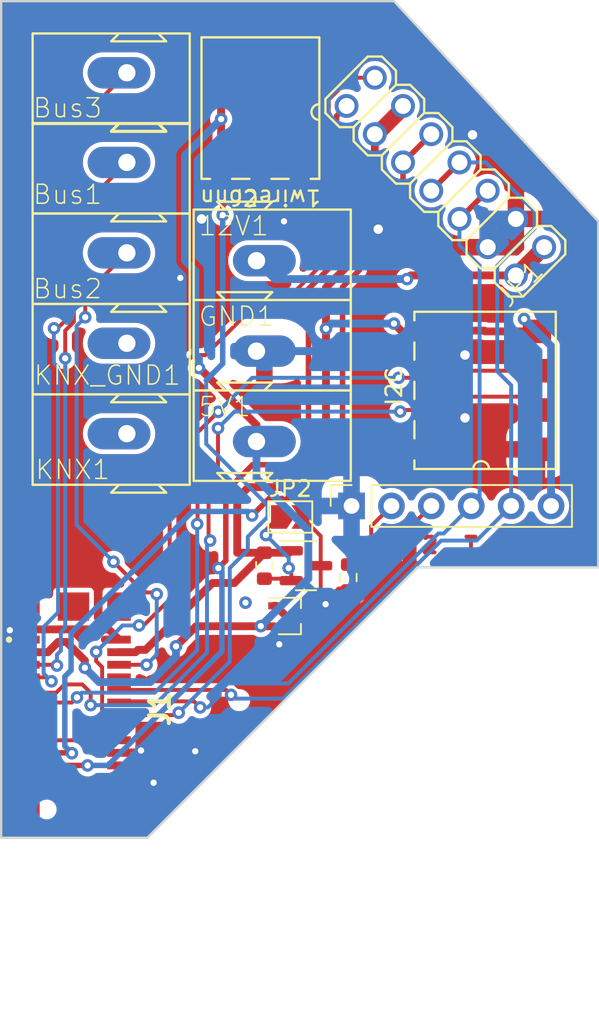
<source format=kicad_pcb>
(kicad_pcb (version 20220225) (generator pcbnew)
  (layers (0 "F.Cu" signal "Top") (31 "B.Cu" signal "Bottom") (34 "B.Paste" user) (35 "F.Paste" user) (36 "B.SilkS" user "B.Silkscreen") (37 "F.SilkS" user "F.Silkscreen") (38 "B.Mask" user) (39 "F.Mask" user) (44 "Edge.Cuts" user))
  (net 0 "")
  (net 1 "GND")
  (net 2 "/TEST")
  (net 3 "/Unk_1")
  (net 4 "/Unk_2")
  (net 5 "/1wire")
  (net 6 "Net-(Bus1-Pin_1)")
  (net 7 "Net-(Bus2-Pin_1)")
  (net 8 "Net-(J1-Bus_3)")
  (net 9 "+12V")
  (net 10 "+5V")
  (net 11 "/TxD")
  (net 12 "/RxD")
  (net 13 "+3V3")
  (net 14 "/SCL")
  (net 15 "/SDA")
  (net 16 "/1wire_5")
  (net 20 "GNDPWR")
  (net 23 "/1wire_3")
  (net 26 "/T2")
  (net 27 "/T1")
  (footprint "localstuff:AVX_9276_3Pin" (layer "F.Cu") (at 146 79.55 180)
    (fp_text reference "J2" (at 1 -5.5) (layer "F.SilkS"))
    (fp_text value "1wireConn" (at 0 -5.45 180 unlocked) (layer "F.SilkS"))
    (pad "1" smd rect locked (at -2.5 -3.55 180) (size 1.2 1.8) (layers "F.Cu" "F.Paste" "F.Mask") (net 1 "GND"))
    (pad "1" smd rect locked (at -2.5 3.55 180) (size 1.5 1.8) (layers "F.Cu" "F.Paste" "F.Mask") (net 1 "GND"))
    (pad "2" smd rect locked (at 0 -3.55 180) (size 1.2 1.8) (layers "F.Cu" "F.Paste" "F.Mask") (net 5 "/1wire"))
    (pad "2" smd rect locked (at 0 3.55 180) (size 1.5 1.8) (layers "F.Cu" "F.Paste" "F.Mask") (net 5 "/1wire"))
    (pad "3" smd rect locked (at 2.5 -3.55 180) (size 1.2 1.8) (layers "F.Cu" "F.Paste" "F.Mask") (net 10 "+5V"))
    (pad "3" smd rect locked (at 2.5 3.55 180) (size 1.5 1.8) (layers "F.Cu" "F.Paste" "F.Mask") (net 10 "+5V"))
  )
  (footprint "localstuff:TE_1775014_socket" (layer "F.Cu") (at 134.1 117.5 -90)
    (fp_text reference "J1" (at 0 -5.5 90) (layer "F.SilkS") (effects (font (size 1.27 1.27) (thickness 0.254))))
    (fp_text value "Moat_Bus_wire" hide)
    (fp_circle (center -7.2 3.45) (end -6.9 3.45) (stroke (width 0.3)) (fill none) (layer "F.Cu"))
    (pad "" np_thru_hole circle locked (at -6.4 1.7 270) (size 0.65 0.65) (drill 0.65) (layers *.Cu *.Mask))
    (pad "" np_thru_hole circle locked (at 6.4 1.7 270) (size 0.65 0.65) (drill 0.65) (layers *.Cu *.Mask))
    (pad "1" smd rect locked (at -4.4 2.9 270) (size 0.5 1.5) (layers "F.Cu" "F.Paste") (net 1 "GND"))
    (pad "2" smd rect locked (at -4.4 -2.9 270) (size 0.5 1.5) (layers "F.Cu" "F.Paste") (net 1 "GND"))
    (pad "3" smd rect locked (at -3.6 2.9 270) (size 0.5 1.5) (layers "F.Cu" "F.Paste") (net 10 "+5V"))
    (pad "4" smd rect locked (at -3.6 -2.9 270) (size 0.5 1.5) (layers "F.Cu" "F.Paste") (net 13 "+3V3"))
    (pad "5" smd rect locked (at -2.8 2.9 270) (size 0.5 1.5) (layers "F.Cu" "F.Paste") (net 6 "Net-(Bus1-Pin_1)"))
    (pad "6" smd rect locked (at -2.8 -2.9 270) (size 0.5 1.5) (layers "F.Cu" "F.Paste") (net 7 "Net-(Bus2-Pin_1)"))
    (pad "7" smd rect locked (at -2 2.9 270) (size 0.5 1.5) (layers "F.Cu" "F.Paste") (net 8 "Net-(J1-Bus_3)"))
    (pad "8" smd rect locked (at -2 -2.9 270) (size 0.5 1.5) (layers "F.Cu" "F.Paste"))
    (pad "9" smd rect locked (at -1.2 2.9 270) (size 0.5 1.5) (layers "F.Cu" "F.Paste") (net 14 "/SCL"))
    (pad "10" smd rect locked (at -1.2 -2.9 270) (size 0.5 1.5) (layers "F.Cu" "F.Paste") (net 12 "/RxD"))
    (pad "11" smd rect locked (at -0.4 2.9 270) (size 0.5 1.5) (layers "F.Cu" "F.Paste") (net 15 "/SDA"))
    (pad "12" smd rect locked (at -0.4 -2.9 270) (size 0.5 1.5) (layers "F.Cu" "F.Paste") (net 11 "/TxD"))
    (pad "13" smd rect locked (at 0.4 2.9 270) (size 0.5 1.5) (layers "F.Cu" "F.Paste"))
    (pad "14" smd rect locked (at 0.4 -2.9 270) (size 0.5 1.5) (layers "F.Cu" "F.Paste") (net 5 "/1wire"))
    (pad "15" smd rect locked (at 1.2 2.9 270) (size 0.5 1.5) (layers "F.Cu" "F.Paste"))
    (pad "16" smd rect locked (at 1.2 -2.9 270) (size 0.5 1.5) (layers "F.Cu" "F.Paste"))
    (pad "17" smd rect locked (at 2 2.9 270) (size 0.5 1.5) (layers "F.Cu" "F.Paste") (net 4 "/Unk_2"))
    (pad "18" smd rect locked (at 2 -2.9 270) (size 0.5 1.5) (layers "F.Cu" "F.Paste"))
    (pad "19" smd rect locked (at 2.8 2.9 270) (size 0.5 1.5) (layers "F.Cu" "F.Paste") (net 3 "/Unk_1"))
    (pad "20" smd rect locked (at 2.8 -2.9 270) (size 0.5 1.5) (layers "F.Cu" "F.Paste") (net 26 "/T2"))
    (pad "21" smd rect locked (at 3.6 2.9 270) (size 0.5 1.5) (layers "F.Cu" "F.Paste") (net 2 "/TEST"))
    (pad "22" smd rect locked (at 3.6 -2.9 270) (size 0.5 1.5) (layers "F.Cu" "F.Paste") (net 27 "/T1"))
    (pad "23" smd rect locked (at 4.4 2.9 270) (size 0.5 1.5) (layers "F.Cu" "F.Paste") (net 20 "GNDPWR"))
    (pad "24" smd rect locked (at 4.4 -2.9 270) (size 0.5 1.5) (layers "F.Cu" "F.Paste") (net 20 "GNDPWR"))
    (pad "MNT" smd rect locked (at -6.5 -2.9) (size 1.5 1.8) (layers "F.Cu" "F.Paste"))
    (pad "MNT" smd rect locked (at -6.5 0 270) (size 1.8 2) (layers "F.Cu" "F.Paste"))
    (pad "MNT" smd rect locked (at -6.5 2.9) (size 1.5 1.8) (layers "F.Cu" "F.Paste"))
    (pad "MNT" smd rect locked (at 6.5 -2.9) (size 1.5 1.8) (layers "F.Cu" "F.Paste"))
    (pad "MNT" smd rect locked (at 6.5 0 270) (size 1.8 2) (layers "F.Cu" "F.Paste"))
    (pad "MNT" smd rect locked (at 6.5 2.9) (size 1.5 1.8) (layers "F.Cu" "F.Paste"))
  )
  (footprint "localstuff:Wago_Terminal_243" (layer "F.Cu") (at 137.5011 94.2536 180)
    (fp_text reference "KNX_GND1" (at -3.4989 -2.7464 180) (layer "F.SilkS") (effects (font (size 1.2065 1.2065) (thickness 0.09652)) (justify right bottom)))
    (fp_text value "WAGO_243" hide)
    (pad "1" thru_hole oval locked (at 0 0 180) (size 4 2) (drill 1.1 (offset 0.5 0)) (layers *.Cu *.Mask))
  )
  (footprint "Gira:2X07" (layer "F.Cu") (at 157.7711 83.6536 135)
    (fp_text reference "JP1" (at -8.89 -3.175 45) (layer "F.SilkS") (effects (font (size 1.2065 1.2065) (thickness 0.12065)) (justify left bottom)))
    (fp_text value "Gira")
    (pad "1" thru_hole circle locked (at -7.62 1.27 135) (size 1.524 1.524) (drill 1.016) (layers *.Cu *.Mask) (net 9 "+12V"))
    (pad "2" thru_hole circle locked (at -7.62 -1.27 135) (size 1.524 1.524) (drill 1.016) (layers *.Cu *.Mask) (net 9 "+12V"))
    (pad "3" thru_hole circle locked (at -5.08 1.27 135) (size 1.524 1.524) (drill 1.016) (layers *.Cu *.Mask) (net 1 "GND"))
    (pad "4" thru_hole circle locked (at -5.08 -1.27 135) (size 1.524 1.524) (drill 1.016) (layers *.Cu *.Mask) (net 1 "GND"))
    (pad "5" thru_hole circle locked (at -2.54 1.27 135) (size 1.524 1.524) (drill 1.016) (layers *.Cu *.Mask) (net 11 "/TxD"))
    (pad "6" thru_hole circle locked (at -2.54 -1.27 135) (size 1.524 1.524) (drill 1.016) (layers *.Cu *.Mask) (net 11 "/TxD"))
    (pad "7" thru_hole circle locked (at 0 1.27 135) (size 1.524 1.524) (drill 1.016) (layers *.Cu *.Mask) (net 12 "/RxD"))
    (pad "8" thru_hole circle locked (at 0 -1.27 135) (size 1.524 1.524) (drill 1.016) (layers *.Cu *.Mask) (net 12 "/RxD"))
    (pad "9" thru_hole circle locked (at 2.54 1.27 135) (size 1.524 1.524) (drill 1.016) (layers *.Cu *.Mask) (net 3 "/Unk_1"))
    (pad "10" thru_hole circle locked (at 2.54 -1.27 135) (size 1.524 1.524) (drill 1.016) (layers *.Cu *.Mask) (net 3 "/Unk_1"))
    (pad "11" thru_hole circle locked (at 5.08 1.27 135) (size 1.524 1.524) (drill 1.016) (layers *.Cu *.Mask) (net 13 "+3V3"))
    (pad "12" thru_hole circle locked (at 5.08 -1.27 135) (size 1.524 1.524) (drill 1.016) (layers *.Cu *.Mask) (net 13 "+3V3"))
    (pad "13" thru_hole circle locked (at 7.62 1.27 135) (size 1.524 1.524) (drill 1.016) (layers *.Cu *.Mask) (net 4 "/Unk_2"))
    (pad "14" thru_hole circle locked (at 7.62 -1.27 135) (size 1.524 1.524) (drill 1.016) (layers *.Cu *.Mask) (net 2 "/TEST"))
  )
  (footprint "localstuff:Wago_Terminal_243" (layer "F.Cu") (at 145.7511 89.0036)
    (fp_text reference "12V1" (at -3.7511 -1.5036 -180) (layer "F.SilkS") (effects (font (size 1.2065 1.2065) (thickness 0.09652)) (justify left bottom)))
    (fp_text value "WAGO_243" hide)
    (pad "1" thru_hole oval locked (at 0 0) (size 4 2) (drill 1.1 (offset 0.5 0)) (layers *.Cu *.Mask) (net 9 "+12V"))
  )
  (footprint "localstuff:Wago_Terminal_243" (layer "F.Cu") (at 145.7511 94.7536)
    (fp_text reference "GND1" (at -3.7511 -1.5 -180) (layer "F.SilkS") (effects (font (size 1.2065 1.2065) (thickness 0.09652)) (justify left bottom)))
    (fp_text value "WAGO_243" hide)
    (pad "1" thru_hole oval locked (at 0 0) (size 4 2) (drill 1.1 (offset 0.5 0)) (layers *.Cu *.Mask) (net 1 "GND"))
  )
  (footprint "localstuff:Wago_Terminal_243" (layer "F.Cu") (at 137.5011 88.5036 180)
    (fp_text reference "Bus2" (at 1.5011 -2.9964 180) (layer "F.SilkS") (effects (font (size 1.2065 1.2065) (thickness 0.09652)) (justify right bottom)))
    (fp_text value "WAGO_243" hide)
    (pad "1" thru_hole oval locked (at 0 0 180) (size 4 2) (drill 1.1 (offset 0.5 0)) (layers *.Cu *.Mask) (net 7 "Net-(Bus2-Pin_1)"))
  )
  (footprint "localstuff:Wago_Terminal_243" (layer "F.Cu") (at 137.5011 82.7536 180)
    (fp_text reference "Bus1" (at 1.5011 -2.7464 180) (layer "F.SilkS") (effects (font (size 1.2065 1.2065) (thickness 0.09652)) (justify right bottom)))
    (fp_text value "WAGO_243" hide)
    (pad "1" thru_hole oval locked (at 0 0 180) (size 4 2) (drill 1.1 (offset 0.5 0)) (layers *.Cu *.Mask) (net 6 "Net-(Bus1-Pin_1)"))
  )
  (footprint "localstuff:Wago_Terminal_243" (layer "F.Cu") (at 145.7511 100.5036)
    (fp_text reference "5V1" (at -3.7511 -1.5036 -180) (layer "F.SilkS") (effects (font (size 1.2065 1.2065) (thickness 0.09652)) (justify left bottom)))
    (fp_text value "WAGO_243" hide)
    (pad "1" thru_hole oval locked (at 0 0) (size 4 2) (drill 1.1 (offset 0.5 0)) (layers *.Cu *.Mask) (net 10 "+5V"))
  )
  (footprint "localstuff:Wago_Terminal_243" (layer "F.Cu") (at 137.5011 100.0036 180)
    (fp_text reference "KNX1" (at 1.0011 -2.9964 180) (layer "F.SilkS") (effects (font (size 1.2065 1.2065) (thickness 0.09652)) (justify right bottom)))
    (fp_text value "WAGO_243" hide)
    (pad "1" thru_hole oval locked (at 0 0 180) (size 4 2) (drill 1.1 (offset 0.5 0)) (layers *.Cu *.Mask))
  )
  (footprint "localstuff:AVX_9276_4Pin" (layer "F.Cu") (at 160.05 97.25 90)
    (fp_text reference "J3" hide)
    (fp_text value "I2C" (at 0.25 -5.55 90) (layer "F.SilkS"))
    (pad "1" smd rect locked (at -3.75 -3.55 90) (size 1.2 1.8) (layers "F.Cu" "F.Paste" "F.Mask") (net 1 "GND"))
    (pad "1" smd rect locked (at -3.75 3.55 90) (size 1.5 1.8) (layers "F.Cu" "F.Paste" "F.Mask") (net 1 "GND"))
    (pad "2" smd rect locked (at -1.25 -3.55 90) (size 1.2 1.8) (layers "F.Cu" "F.Paste" "F.Mask") (net 14 "/SCL"))
    (pad "2" smd rect locked (at -1.25 3.55 90) (size 1.5 1.8) (layers "F.Cu" "F.Paste" "F.Mask") (net 14 "/SCL"))
    (pad "3" smd rect locked (at 1.25 -3.55 90) (size 1.2 1.8) (layers "F.Cu" "F.Paste" "F.Mask") (net 15 "/SDA"))
    (pad "3" smd rect locked (at 1.25 3.55 90) (size 1.5 1.8) (layers "F.Cu" "F.Paste" "F.Mask") (net 15 "/SDA"))
    (pad "4" smd rect locked (at 3.75 -3.55 90) (size 1.2 1.8) (layers "F.Cu" "F.Paste" "F.Mask") (net 13 "+3V3"))
    (pad "4" smd rect locked (at 3.75 3.55 90) (size 1.5 1.8) (layers "F.Cu" "F.Paste" "F.Mask") (net 13 "+3V3"))
  )
  (footprint "localstuff:Wago_Terminal_243" (layer "F.Cu") (at 137.5011 77.0536 180)
    (fp_text reference "Bus3" (at 1.5011 -2.9464 180) (layer "F.SilkS") (effects (font (size 1.2065 1.2065) (thickness 0.09652)) (justify right bottom)))
    (fp_text value "WAGO_243" hide)
    (pad "1" thru_hole oval locked (at 0 0 180) (size 4 2) (drill 1.1 (offset 0.5 0)) (layers *.Cu *.Mask) (net 8 "Net-(J1-Bus_3)"))
  )
  (footprint "Connector_PinSocket_2.54mm:PinSocket_1x06_P2.54mm_Vertical" (layer "F.Cu") (at 151.8 104.6 90)
    (fp_text reference "J4" hide)
    (fp_text value "Conn_01x06" hide)
    (pad "1" thru_hole rect locked (at 0 0 90) (size 1.7 1.7) (drill 1) (layers *.Cu *.Mask) (net 1 "GND"))
    (pad "2" thru_hole oval locked (at 0 2.54 90) (size 1.7 1.7) (drill 1) (layers *.Cu *.Mask) (net 27 "/T1"))
    (pad "3" thru_hole oval locked (at 0 5.08 90) (size 1.7 1.7) (drill 1) (layers *.Cu *.Mask) (net 26 "/T2"))
    (pad "4" thru_hole oval locked (at 0 7.62 90) (size 1.7 1.7) (drill 1) (layers *.Cu *.Mask) (net 11 "/TxD"))
    (pad "5" thru_hole oval locked (at 0 10.16 90) (size 1.7 1.7) (drill 1) (layers *.Cu *.Mask) (net 12 "/RxD"))
    (pad "6" thru_hole oval locked (at 0 12.7 90) (size 1.7 1.7) (drill 1) (layers *.Cu *.Mask) (net 13 "+3V3"))
  )
  (footprint "Package_TO_SOT_SMD:SOT-323_SC-70" (layer "F.Cu") (at 147.85 111.6)
    (fp_text reference "D1" hide)
    (fp_text value "BAT54SW" hide)
    (pad "1" smd rect (at -1 -0.65 270) (size 0.45 0.7) (layers "F.Cu" "F.Paste" "F.Mask") (net 1 "GND"))
    (pad "2" smd rect (at -1 0.65 270) (size 0.45 0.7) (layers "F.Cu" "F.Paste" "F.Mask") (net 10 "+5V"))
    (pad "3" smd rect (at 1 0 270) (size 0.45 0.7) (layers "F.Cu" "F.Paste" "F.Mask") (net 16 "/1wire_5"))
  )
  (footprint "Resistor_SMD:R_0603_1608Metric" (layer "F.Cu") (at 146.25 108.4 -90)
    (fp_text reference "R1" hide)
    (fp_text value "10k" hide)
    (pad "1" smd roundrect (at -0.825 0 270) (size 0.8 0.95) (layers "F.Cu" "F.Paste" "F.Mask") (net 13 "+3V3"))
    (pad "2" smd roundrect (at 0.825 0 270) (size 0.8 0.95) (layers "F.Cu" "F.Paste" "F.Mask") (net 23 "/1wire_3"))
  )
  (footprint "localstuff:OSHW Logo 3mm Cu" (layer "F.Cu") (at 151.65 74.5 180)
    (fp_text reference "G***" hide)
    (fp_text value "LOGO" hide)
    (fp_poly (pts (xy -1.011428 1.4986) (xy -0.650494 1.273048) (xy -0.481076 1.341628) (xy -0.179578 0.611378) (xy -0.315722 0.499618) (xy -0.3937 0.402336) (xy -0.456946 0.169164) (xy -0.39878 -0.054864) (xy -0.32258 -0.153162) (xy -0.230124 -0.226314) (xy -0.000508 -0.287528) (xy 0.228346 -0.230378) (xy 0.368046 -0.107442) (xy 0.461518 0.127) (xy 0.422148 0.356108) (xy 0.360172 0.456692) (xy 0.176276 0.613918) (xy 0.497586 1.346454) (xy 0.677926 1.277874) (xy 1.013714 1.496568) (xy 1.337564 1.177798) (xy 1.09982 0.821182) (xy 1.257046 0.479298) (xy 1.66243 0.387604) (xy 1.659636 -0.063246) (xy 1.22682 -0.158496) (xy 1.09474 -0.476504) (xy 1.33731 -0.847852) (xy 1.01092 -1.164844) (xy 0.637286 -0.917956) (xy 0.324358 -1.044956) (xy 0.220726 -1.494028) (xy -0.226822 -1.486916) (xy -0.327152 -1.036574) (xy -0.631698 -0.91186) (xy -1.014222 -1.167638) (xy -1.330198 -0.831596) (xy -1.094994 -0.454152) (xy -1.223518 -0.148082) (xy -1.6637 -0.063246) (xy -1.668018 0.389636) (xy -1.238504 0.485648) (xy -1.109726 0.83566) (xy -1.330198 1.187704) (xy -1.011428 1.4986)) (stroke (width 0.01)) (fill solid) (layer "F.Cu"))
  )
  (footprint "Jumper:SolderJumper-2_P1.3mm_Open_TrianglePad1.0x1.5mm" (layer "F.Cu") (at 147.9 105.3)
    (fp_text reference "JP2" (at 0 -1.8) (layer "F.SilkS"))
    (fp_text value "SolderJumper_2_Open")
    (pad "1" smd custom (at -0.725 0) (size 0.3 0.3) (layers "F.Cu" "F.Mask") (net 23 "/1wire_3") (options (clearance outline) (anchor rect)) (primitives (gr_poly (pts (xy 1 0) (xy 0.5 0.75) (xy -0.5 0.75) (xy -0.5 -0.75) (xy 0.5 -0.75)) (width 0) (fill yes))))
    (pad "2" smd custom (at 0.725 0) (size 0.3 0.3) (layers "F.Cu" "F.Mask") (net 16 "/1wire_5") (options (clearance outline) (anchor rect)) (primitives (gr_poly (pts (xy 0.5 0.75) (xy -0.65 0.75) (xy -0.15 0) (xy -0.65 -0.75) (xy 0.5 -0.75)) (width 0) (fill yes))))
  )
  (footprint "Package_TO_SOT_SMD:SOT-23" (layer "F.Cu") (at 148.9 108.4)
    (fp_text reference "Q1" hide)
    (fp_text value "2N7002" hide)
    (pad "1" smd roundrect (at -0.9375 -0.95) (size 1.475 0.6) (layers "F.Cu" "F.Paste" "F.Mask") (net 13 "+3V3"))
    (pad "2" smd roundrect (at -0.9375 0.95) (size 1.475 0.6) (layers "F.Cu" "F.Paste" "F.Mask") (net 23 "/1wire_3"))
    (pad "3" smd roundrect (at 0.9375 0) (size 1.475 0.6) (layers "F.Cu" "F.Paste" "F.Mask") (net 16 "/1wire_5"))
  )
  (footprint "Resistor_SMD:R_0603_1608Metric" (layer "F.Cu") (at 151.6 109.15 90)
    (fp_text reference "R2" hide)
    (fp_text value "10k" hide)
    (pad "1" smd roundrect (at -0.825 0 90) (size 0.8 0.95) (layers "F.Cu" "F.Paste" "F.Mask") (net 10 "+5V"))
    (pad "2" smd roundrect (at 0.825 0 90) (size 0.8 0.95) (layers "F.Cu" "F.Paste" "F.Mask") (net 16 "/1wire_5"))
  )
  (gr_line (start 138.8 125.7) (end 156 108.5) (stroke (width 0.15)) (layer "Edge.Cuts"))
  (gr_line (start 129.5 72.5) (end 129.5 125.7) (stroke (width 0.15)) (layer "Edge.Cuts"))
  (gr_line (start 129.5 125.7) (end 138.8 125.7) (stroke (width 0.15)) (layer "Edge.Cuts"))
  (gr_line (start 167.5 86.5) (end 154.5 72.5) (stroke (width 0.15)) (layer "Edge.Cuts"))
  (gr_line (start 154.5 72.5) (end 129.5 72.5) (stroke (width 0.15)) (layer "Edge.Cuts"))
  (gr_line (start 167.5 108.5) (end 167.5 86.5) (stroke (width 0.15)) (layer "Edge.Cuts"))
  (gr_line (start 156 108.5) (end 167.5 108.5) (stroke (width 0.15)) (layer "Edge.Cuts"))
  (gr_text "MoaT Gira" (at 130.05 76.65 270) (layer "F.Cu") (effects (font (size 1 1)) (justify bottom)))
  (gr_text "+5" (at 143.5 73.5 180) (layer "F.Cu") (effects (font (size 1 1) (thickness 0.25))))
  (gr_text "1w" (at 146 73.5 180) (layer "F.Cu") (effects (font (size 1 1) (thickness 0.25))))
  (gr_text "+3" (at 166 93.5 90) (layer "F.Cu") (effects (font (size 1 1) (thickness 0.25))))
  (gr_text "G" (at 166 101 90) (layer "F.Cu") (effects (font (size 1 1) (thickness 0.25))))
  (gr_text "Cl" (at 166 98.5 90) (layer "F.Cu") (effects (font (size 1 1) (thickness 0.25))))
  (gr_text "Da" (at 166 96 90) (layer "F.Cu") (effects (font (size 1 1) (thickness 0.25))))
  (gr_text "G" (at 151.6 107.1) (layer "F.Cu") (effects (font (size 1 1) (thickness 0.25))))
  (gr_text "+3" (at 164.3 107.1) (layer "F.Cu") (effects (font (size 1 1) (thickness 0.25))))
  (gr_text "1" (at 154.2 107.1) (layer "F.Cu") (effects (font (size 1 1) (thickness 0.25))))
  (gr_text "2" (at 156.8 107.1) (layer "F.Cu") (effects (font (size 1 1) (thickness 0.25))))
  (gr_text "R" (at 162.05 107.1) (layer "F.Cu") (effects (font (size 1 1) (thickness 0.25))))
  (gr_text "T" (at 159.4 107.1) (layer "F.Cu") (effects (font (size 1 1) (thickness 0.25))))
  (gr_text "v3.1" (at 136.4 72.85 180) (layer "F.Cu") (effects (font (size 1 1)) (justify left bottom)))
  (gr_text "G" (at 148.5 73.5 180) (layer "F.Cu") (effects (font (size 1 1) (thickness 0.25))))
  (segment (start 148.5 83.1) (end 148.5 85.5) (width 0.5) (layer "F.Cu") (net 1))
  (segment (start 137 113.1) (end 136.349511 112.449511) (width 0.5) (layer "F.Cu") (net 1))
  (segment (start 148.5 85.5) (end 147.899999 86.100001) (width 0.5) (layer "F.Cu") (net 1))
  (segment (start 147.5 86.5) (end 144.6 86.5) (width 0.5) (layer "F.Cu") (net 1))
  (segment (start 163.6 101) (end 156.5 101) (width 0.5) (layer "F.Cu") (net 1))
  (segment (start 144.6 86.5) (end 141 90.1) (width 0.5) (layer "F.Cu") (net 1))
  (segment (start 147.95 111.925) (end 147.95 112.65) (width 0.5) (layer "F.Cu") (net 1))
  (segment (start 141 90.1) (end 140.9 90.1) (width 0.5) (layer "F.Cu") (net 1))
  (segment (start 130.65 113.1) (end 130.05 112.5) (width 0.5) (layer "F.Cu") (net 1))
  (segment (start 130.100489 112.449511) (end 130.05 112.5) (width 0.5) (layer "F.Cu") (net 1))
  (segment (start 154.643728 88.143728) (end 160.465177 88.143728) (width 0.5) (layer "F.Cu") (net 1))
  (segment (start 136.349511 112.449511) (end 130.100489 112.449511) (width 0.5) (layer "F.Cu") (net 1))
  (segment (start 146.85 110.95) (end 146.975 110.95) (width 0.5) (layer "F.Cu") (net 1))
  (segment (start 153.5 87) (end 154.643728 88.143728) (width 0.5) (layer "F.Cu") (net 1))
  (segment (start 147.95 112.65) (end 147.2 113.4) (width 0.5) (layer "F.Cu") (net 1))
  (segment (start 131.6 113.1) (end 130.65 113.1) (width 0.5) (layer "F.Cu") (net 1))
  (segment (start 147.899999 86.100001) (end 147.5 86.5) (width 0.5) (layer "F.Cu") (net 1))
  (segment (start 146.975 110.95) (end 147.95 111.925) (width 0.5) (layer "F.Cu") (net 1))
  (segment (start 148.5 83.1) (end 148.5 76) (width 0.5) (layer "F.Cu") (net 1))
  (via (at 147.5 86.5) (size 0.8) (drill 0.4) (layers "F.Cu" "B.Cu") (net 1))
  (via (at 153.5 87) (size 1.0064) (drill 0.6) (layers "F.Cu" "B.Cu") (net 1))
  (via (at 142.25321 86.349901) (size 1.0064) (drill 0.6) (layers "F.Cu" "B.Cu") (net 1))
  (via (at 130.05 112.5) (size 0.8) (drill 0.4) (layers "F.Cu" "B.Cu") (net 1))
  (via (at 145.05 110.75) (size 0.8) (drill 0.4) (layers "F.Cu" "B.Cu") (net 1))
  (via (at 140.9 90.1) (size 0.8) (drill 0.4) (layers "F.Cu" "B.Cu") (net 1))
  (via (at 159.0223 99) (size 1.0064) (drill 0.6) (layers "F.Cu" "B.Cu") (net 1))
  (via (at 159.5 81) (size 1.0064) (drill 0.6) (layers "F.Cu" "B.Cu") (net 1))
  (via (at 147.2 113.4) (size 0.8) (drill 0.4) (layers "F.Cu" "B.Cu") (net 1))
  (via (at 159.0223 95) (size 1.0064) (drill 0.6) (layers "F.Cu" "B.Cu") (net 1))
  (via (at 139.2 122.2) (size 0.8) (drill 0.4) (layers "F.Cu" "B.Cu") (net 1))
  (segment (start 130.05 94.255703) (end 130.05 112.5) (width 0.5) (layer "B.Cu") (net 1))
  (segment (start 134.205703 90.1) (end 130.05 94.255703) (width 0.5) (layer "B.Cu") (net 1))
  (segment (start 158.093267 91.593267) (end 159.275489 92.775489) (width 0.5) (layer "B.Cu") (net 1))
  (segment (start 154.932935 94.7536) (end 158.093267 91.593267) (width 0.5) (layer "B.Cu") (net 1))
  (segment (start 131.995002 122.2) (end 130.05 120.254998) (width 0.5) (layer "B.Cu") (net 1))
  (segment (start 159.275489 92.775489) (end 159.275489 98.746811) (width 0.5) (layer "B.Cu") (net 1))
  (segment (start 147.899999 86.899999) (end 147.5 86.5) (width 0.5) (layer "B.Cu") (net 1))
  (segment (start 140.9 90.1) (end 134.205703 90.1) (width 0.5) (layer "B.Cu") (net 1))
  (segment (start 148 87) (end 147.899999 86.899999) (width 0.5) (layer "B.Cu") (net 1))
  (segment (start 153.5 87) (end 158.093267 91.593267) (width 0.5) (layer "B.Cu") (net 1))
  (segment (start 159.275489 98.746811) (end 159.0223 99) (width 0.5) (layer "B.Cu") (net 1))
  (segment (start 162.261228 86.347677) (end 160.465177 88.143728) (width 1) (layer "B.Cu") (net 1))
  (segment (start 153.5 87) (end 148 87) (width 0.5) (layer "B.Cu") (net 1))
  (segment (start 139.2 122.2) (end 131.995002 122.2) (width 0.5) (layer "B.Cu") (net 1))
  (segment (start 145.7511 94.7536) (end 154.932935 94.7536) (width 0.5) (layer "B.Cu") (net 1))
  (segment (start 130.05 120.254998) (end 130.05 112.5) (width 0.5) (layer "B.Cu") (net 1))
  (segment (start 142.403309 86.5) (end 142.25321 86.349901) (width 0.5) (layer "B.Cu") (net 1))
  (segment (start 145.502766 101.97812) (end 143.799511 103.681375) (width 0.35) (layer "F.Cu") (net 2))
  (segment (start 147.861866 101.97812) (end 145.502766 101.97812) (width 0.35) (layer "F.Cu") (net 2))
  (segment (start 131.6 121.1) (end 131.60001 121.10001) (width 0.35) (layer "F.Cu") (net 2))
  (segment (start 149.056905 100.783081) (end 147.861866 101.97812) (width 0.35) (layer "F.Cu") (net 2))
  (segment (start 149.056905 90.799511) (end 149.056905 100.783081) (width 0.35) (layer "F.Cu") (net 2))
  (segment (start 131.60001 121.10001) (end 135 121.10001) (width 0.35) (layer "F.Cu") (net 2))
  (segment (start 150.849511 79.798882) (end 150.849511 89.006905) (width 0.35) (layer "F.Cu") (net 2))
  (segment (start 150.849511 89.006905) (end 149.056905 90.799511) (width 0.35) (layer "F.Cu") (net 2))
  (segment (start 143.799511 108.075989) (end 143.3255 108.55) (width 0.35) (layer "F.Cu") (net 2))
  (segment (start 143.799511 103.681375) (end 143.799511 108.075989) (width 0.35) (layer "F.Cu") (net 2))
  (segment (start 151.484921 79.163472) (end 150.849511 79.798882) (width 0.35) (layer "F.Cu") (net 2))
  (via (at 143.3255 108.55) (size 0.8) (drill 0.4) (layers "F.Cu" "B.Cu") (net 2))
  (via (at 135 121.10001) (size 0.8) (drill 0.4) (layers "F.Cu" "B.Cu") (net 2))
  (segment (start 143.550489 108.774989) (end 143.3255 108.55) (width 0.35) (layer "B.Cu") (net 2))
  (segment (start 135 121.10001) (end 136.293574 121.10001) (width 0.35) (layer "B.Cu") (net 2))
  (segment (start 143.550489 113.843095) (end 143.550489 108.774989) (width 0.35) (layer "B.Cu") (net 2))
  (segment (start 136.293574 121.10001) (end 143.550489 113.843095) (width 0.35) (layer "B.Cu") (net 2))
  (segment (start 155.077023 82.755574) (end 155.077023 83.833204) (width 0.35) (layer "F.Cu") (net 3))
  (segment (start 133.975 120.3) (end 134 120.325) (width 0.35) (layer "F.Cu") (net 3))
  (segment (start 151.224976 90.680665) (end 151.224976 100.799637) (width 0.35) (layer "F.Cu") (net 3))
  (segment (start 131.6 120.3) (end 133.975 120.3) (width 0.35) (layer "F.Cu") (net 3))
  (segment (start 147.900102 104.124511) (end 146.553526 104.124511) (width 0.35) (layer "F.Cu") (net 3))
  (segment (start 156.873074 80.959523) (end 155.077023 82.755574) (width 0.35) (layer "F.Cu") (net 3))
  (segment (start 155.077023 83.833204) (end 152.298533 86.611694) (width 0.35) (layer "F.Cu") (net 3))
  (segment (start 152.298533 89.607113) (end 151.224976 90.680665) (width 0.35) (layer "F.Cu") (net 3))
  (segment (start 152.298533 86.611694) (end 152.298533 89.607113) (width 0.35) (layer "F.Cu") (net 3))
  (segment (start 151.224976 100.799637) (end 147.900102 104.124511) (width 0.35) (layer "F.Cu") (net 3))
  (segment (start 146.553526 104.124511) (end 145.473522 105.204515) (width 0.35) (layer "F.Cu") (net 3))
  (via (at 145.473522 105.204515) (size 0.8) (drill 0.4) (layers "F.Cu" "B.Cu") (net 3))
  (via (at 134 120.325) (size 0.8) (drill 0.4) (layers "F.Cu" "B.Cu") (net 3))
  (segment (start 133.55 115.45) (end 133.95 115.05) (width 0.35) (layer "B.Cu") (net 3))
  (segment (start 133.95 112.680189) (end 141.680189 104.95) (width 0.35) (layer "B.Cu") (net 3))
  (segment (start 134 120.325) (end 133.55 119.875) (width 0.35) (layer "B.Cu") (net 3))
  (segment (start 141.680189 104.95) (end 145.219007 104.95) (width 0.35) (layer "B.Cu") (net 3))
  (segment (start 133.95 115.05) (end 133.95 112.680189) (width 0.35) (layer "B.Cu") (net 3))
  (segment (start 133.55 119.875) (end 133.55 115.45) (width 0.35) (layer "B.Cu") (net 3))
  (segment (start 145.219007 104.95) (end 145.473522 105.204515) (width 0.35) (layer "B.Cu") (net 3))
  (segment (start 145.950994 91.55) (end 142.483515 95.017479) (width 0.25) (layer "F.Cu") (net 4))
  (segment (start 150.35 88.8) (end 147.6 91.55) (width 0.25) (layer "F.Cu") (net 4))
  (segment (start 134.127066 119.5) (end 135.925489 117.701577) (width 0.25) (layer "F.Cu") (net 4))
  (segment (start 135.925489 117.701577) (end 135.925489 114.849511) (width 0.25) (layer "F.Cu") (net 4))
  (segment (start 141.744831 95.002417) (end 141.261851 95.485397) (width 0.25) (layer "F.Cu") (net 4))
  (segment (start 147.6 91.55) (end 145.950994 91.55) (width 0.25) (layer "F.Cu") (net 4))
  (segment (start 141.261851 95.556093) (end 140.224501 96.593443) (width 0.25) (layer "F.Cu") (net 4))
  (segment (start 153.280972 77.367421) (end 151.744412 77.367421) (width 0.25) (layer "F.Cu") (net 4))
  (segment (start 150.35 78.761833) (end 150.35 88.8) (width 0.25) (layer "F.Cu") (net 4))
  (segment (start 142.483515 95.017479) (end 142.442935 95.017479) (width 0.25) (layer "F.Cu") (net 4))
  (segment (start 140.224501 96.593443) (end 140.224501 110.541521) (width 0.25) (layer "F.Cu") (net 4))
  (segment (start 141.261851 95.485397) (end 141.261851 95.556093) (width 0.25) (layer "F.Cu") (net 4))
  (segment (start 135.925489 114.849511) (end 135.544555 114.468577) (width 0.25) (layer "F.Cu") (net 4))
  (segment (start 131.2 119.5) (end 134.127066 119.5) (width 0.25) (layer "F.Cu") (net 4))
  (segment (start 135.544555 114.468577) (end 135.544555 113.879172) (width 0.25) (layer "F.Cu") (net 4))
  (segment (start 140.224501 110.541521) (end 138.565405 112.200617) (width 0.25) (layer "F.Cu") (net 4))
  (segment (start 151.744412 77.367421) (end 150.35 78.761833) (width 0.25) (layer "F.Cu") (net 4))
  (segment (start 142.427873 95.002417) (end 141.744831 95.002417) (width 0.25) (layer "F.Cu") (net 4))
  (segment (start 142.442935 95.017479) (end 142.427873 95.002417) (width 0.25) (layer "F.Cu") (net 4))
  (segment (start 138.565405 112.200617) (end 138.2755 112.200617) (width 0.25) (layer "F.Cu") (net 4))
  (via (at 138.2755 112.200617) (size 0.8) (drill 0.4) (layers "F.Cu" "B.Cu") (net 4))
  (via (at 135.544555 113.879172) (size 0.8) (drill 0.4) (layers "F.Cu" "B.Cu") (net 4))
  (segment (start 137.22311 112.200617) (end 138.2755 112.200617) (width 0.25) (layer "B.Cu") (net 4))
  (segment (start 135.544555 113.879172) (end 137.22311 112.200617) (width 0.25) (layer "B.Cu") (net 4))
  (segment (start 137 117.9) (end 140.65 117.9) (width 0.25) (layer "F.Cu") (net 5))
  (segment (start 143.6 85.5) (end 143.6 86.1) (width 0.35) (layer "F.Cu") (net 5))
  (segment (start 140.65 117.9) (end 140.8 117.75) (width 0.25) (layer "F.Cu") (net 5))
  (segment (start 146 83.1) (end 143.6 85.5) (width 0.35) (layer "F.Cu") (net 5))
  (segment (start 146 76) (end 146 83.1) (width 0.35) (layer "F.Cu") (net 5))
  (via (at 143.6 86.1) (size 0.8) (drill 0.4) (layers "F.Cu" "B.Cu") (net 5))
  (via (at 140.8 117.75) (size 0.8) (drill 0.4) (layers "F.Cu" "B.Cu") (net 5))
  (segment (start 145.2 107.4) (end 145.2 106.55) (width 0.25) (layer "B.Cu") (net 5))
  (segment (start 146.45 104.55) (end 142.55 100.65) (width 0.25) (layer "B.Cu") (net 5))
  (segment (start 140.8 117.75) (end 144.05 114.5) (width 0.25) (layer "B.Cu") (net 5))
  (segment (start 144.05 114.5) (end 144.05 108.55) (width 0.25) (layer "B.Cu") (net 5))
  (segment (start 145.2 106.55) (end 146.45 105.3) (width 0.25) (layer "B.Cu") (net 5))
  (segment (start 146.45 105.3) (end 146.45 104.55) (width 0.25) (layer "B.Cu") (net 5))
  (segment (start 144.05 108.55) (end 145.2 107.4) (width 0.25) (layer "B.Cu") (net 5))
  (segment (start 143.6 86.1) (end 143.6 95.55) (width 0.35) (layer "B.Cu") (net 5))
  (segment (start 143.6 95.55) (end 142.55 96.6) (width 0.35) (layer "B.Cu") (net 5))
  (segment (start 142.55 100.65) (end 142.55 96.6) (width 0.25) (layer "B.Cu") (net 5))
  (segment (start 137.5011 82.7536) (end 134.125499 86.129201) (width 0.25) (layer "F.Cu") (net 6))
  (segment (start 133.5755 93.450098) (end 133.5755 95.210785) (width 0.25) (layer "F.Cu") (net 6))
  (segment (start 134.125499 92.900099) (end 133.5755 93.450098) (width 0.25) (layer "F.Cu") (net 6))
  (segment (start 133 114.7) (end 133.05 114.75) (width 0.25) (layer "F.Cu") (net 6))
  (segment (start 131.2 114.7) (end 133 114.7) (width 0.25) (layer "F.Cu") (net 6))
  (segment (start 134.125499 86.129201) (end 134.125499 92.900099) (width 0.25) (layer "F.Cu") (net 6))
  (via (at 133.5755 95.210785) (size 0.8) (drill 0.4) (layers "F.Cu" "B.Cu") (net 6))
  (via (at 133.05 114.75) (size 0.8) (drill 0.4) (layers "F.Cu" "B.Cu") (net 6))
  (segment (start 133.3 112.623773) (end 133.5755 112.348273) (width 0.25) (layer "B.Cu") (net 6))
  (segment (start 133.05 114.75) (end 133.05 114.05) (width 0.25) (layer "B.Cu") (net 6))
  (segment (start 133.05 114.05) (end 133.3 113.8) (width 0.25) (layer "B.Cu") (net 6))
  (segment (start 133.3 113.8) (end 133.3 112.623773) (width 0.25) (layer "B.Cu") (net 6))
  (segment (start 133.5755 112.348273) (end 133.5755 95.210785) (width 0.25) (layer "B.Cu") (net 6))
  (segment (start 139.4 110.2) (end 139.3 110.1) (width 0.25) (layer "F.Cu") (net 7))
  (segment (start 137 114.7) (end 138.75 114.7) (width 0.25) (layer "F.Cu") (net 7))
  (segment (start 139.3 110.1) (end 138.6 110.1) (width 0.25) (layer "F.Cu") (net 7))
  (segment (start 136.65 108.15) (end 138.6 110.1) (width 0.25) (layer "F.Cu") (net 7))
  (segment (start 137.5011 88.5036) (end 134.85 91.1547) (width 0.25) (layer "F.Cu") (net 7))
  (segment (start 134.85 91.1547) (end 134.85 92.6) (width 0.25) (layer "F.Cu") (net 7))
  (via (at 138.75 114.7) (size 0.8) (drill 0.4) (layers "F.Cu" "B.Cu") (net 7))
  (via (at 136.65 108.15) (size 0.8) (drill 0.4) (layers "F.Cu" "B.Cu") (net 7))
  (via (at 134.85 92.6) (size 0.8) (drill 0.4) (layers "F.Cu" "B.Cu") (net 7))
  (via (at 139.4 110.2) (size 0.8) (drill 0.4) (layers "F.Cu" "B.Cu") (net 7))
  (segment (start 138.75 114.7) (end 139.4 114.05) (width 0.25) (layer "B.Cu") (net 7))
  (segment (start 134.3 93.15) (end 134.3 105.8) (width 0.25) (layer "B.Cu") (net 7))
  (segment (start 134.3 105.8) (end 136.65 108.15) (width 0.25) (layer "B.Cu") (net 7))
  (segment (start 134.85 92.6) (end 134.3 93.15) (width 0.25) (layer "B.Cu") (net 7))
  (segment (start 139.4 114.05) (end 139.4 110.2) (width 0.25) (layer "B.Cu") (net 7))
  (segment (start 133.675988 92.713906) (end 133.086921 93.302973) (width 0.25) (layer "F.Cu") (net 8))
  (segment (start 132.45 115.5) (end 132.7 115.75) (width 0.25) (layer "F.Cu") (net 8))
  (segment (start 133.675988 80.878712) (end 133.675988 92.713906) (width 0.25) (layer "F.Cu") (net 8))
  (segment (start 131.2 115.5) (end 132.45 115.5) (width 0.25) (layer "F.Cu") (net 8))
  (segment (start 137.5011 77.0536) (end 133.675988 80.878712) (width 0.25) (layer "F.Cu") (net 8))
  (segment (start 133.086921 93.302973) (end 132.866095 93.302973) (width 0.25) (layer "F.Cu") (net 8))
  (via (at 132.866095 93.302973) (size 0.8) (drill 0.4) (layers "F.Cu" "B.Cu") (net 8))
  (via (at 132.7 115.75) (size 0.8) (drill 0.4) (layers "F.Cu" "B.Cu") (net 8))
  (segment (start 132.2 115.25) (end 132.2 112.289273) (width 0.25) (layer "B.Cu") (net 8))
  (segment (start 132.2 112.289273) (end 133.121043 111.36823) (width 0.25) (layer "B.Cu") (net 8))
  (segment (start 133.121043 111.36823) (end 133.121043 95.780928) (width 0.25) (layer "B.Cu") (net 8))
  (segment (start 132.850999 95.510884) (end 132.850999 93.318069) (width 0.25) (layer "B.Cu") (net 8))
  (segment (start 132.850999 93.318069) (end 132.866095 93.302973) (width 0.25) (layer "B.Cu") (net 8))
  (segment (start 133.121043 95.780928) (end 132.850999 95.510884) (width 0.25) (layer "B.Cu") (net 8))
  (segment (start 132.7 115.75) (end 132.2 115.25) (width 0.25) (layer "B.Cu") (net 8))
  (segment (start 164.0549 88.1517) (end 164.057278 88.143729) (width 1) (layer "F.Cu") (net 9))
  (segment (start 164.0549 88.1517) (end 162.3953 89.8113) (width 1) (layer "F.Cu") (net 9))
  (segment (start 155.560221 89.939779) (end 155.328241 90.171759) (width 0.5) (layer "F.Cu") (net 9))
  (segment (start 162.261228 89.939779) (end 155.560221 89.939779) (width 0.5) (layer "F.Cu") (net 9))
  (segment (start 162.3953 89.8113) (end 162.261225 89.939782) (width 1) (layer "F.Cu") (net 9))
  (via (at 155.328241 90.171759) (size 0.8) (drill 0.4) (layers "F.Cu" "B.Cu") (net 9))
  (segment (start 146.919259 90.171759) (end 155.328241 90.171759) (width 0.5) (layer "B.Cu") (net 9))
  (segment (start 145.7511 89.0036) (end 146.919259 90.171759) (width 0.5) (layer "B.Cu") (net 9))
  (segment (start 133.124518 113.249022) (end 133.649022 113.249022) (width 0.5) (layer "F.Cu") (net 10))
  (segment (start 143.5 83.1) (end 143.5 80) (width 0.5) (layer "F.Cu") (net 10))
  (segment (start 151.6 109.975) (end 151.025 109.975) (width 0.5) (layer "F.Cu") (net 10))
  (segment (start 133.649022 113.249022) (end 134.8245 114.4245) (width 0.5) (layer "F.Cu") (net 10))
  (segment (start 134.8245 114.4245) (end 134.8245 114.892177) (width 0.5) (layer "F.Cu") (net 10))
  (segment (start 131.2 113.9) (end 132.47354 113.9) (width 0.5) (layer "F.Cu") (net 10))
  (segment (start 142.126918 95.826918) (end 142.086352 95.826918) (width 0.5) (layer "F.Cu") (net 10))
  (segment (start 143.5 76) (end 143.5 80) (width 0.5) (layer "F.Cu") (net 10))
  (segment (start 132.47354 113.9) (end 133.124518 113.249022) (width 0.5) (layer "F.Cu") (net 10))
  (segment (start 146.85 112.25) (end 141.900618 112.25) (width 0.5) (layer "F.Cu") (net 10))
  (segment (start 145.7511 99.4511) (end 142.126918 95.826918) (width 0.5) (layer "F.Cu") (net 10))
  (segment (start 145.7511 100.5036) (end 145.7511 99.4511) (width 0.5) (layer "F.Cu") (net 10))
  (segment (start 151.025 109.975) (end 150.15 110.85) (width 0.5) (layer "F.Cu") (net 10))
  (segment (start 141.900618 112.25) (end 140.626846 113.523772) (width 0.5) (layer "F.Cu") (net 10))
  (via (at 134.8245 114.892177) (size 0.8) (drill 0.4) (layers "F.Cu" "B.Cu") (net 10))
  (via (at 150.15 110.85) (size 0.8) (drill 0.4) (layers "F.Cu" "B.Cu") (net 10))
  (via (at 146.0245 112.242865) (size 0.8) (drill 0.4) (layers "F.Cu" "B.Cu") (net 10))
  (via (at 140.626846 113.523772) (size 0.8) (drill 0.4) (layers "F.Cu" "B.Cu") (net 10))
  (via (at 143.5 80) (size 0.8) (drill 0.4) (layers "F.Cu" "B.Cu") (net 10))
  (via (at 142.086352 95.826918) (size 0.8) (drill 0.4) (layers "F.Cu" "B.Cu") (net 10))
  (segment (start 145.7511 102.8511) (end 145.7511 100.5036) (width 0.5) (layer "B.Cu") (net 10))
  (segment (start 146.0245 112.242865) (end 148.808682 109.458682) (width 0.5) (layer "B.Cu") (net 10))
  (segment (start 141.850001 94.984316) (end 142.086352 95.220667) (width 0.5) (layer "B.Cu") (net 10))
  (segment (start 148.808682 109.508682) (end 148.808682 109.458682) (width 0.5) (layer "B.Cu") (net 10))
  (segment (start 141.2 82.3) (end 141.2 88.993998) (width 0.5) (layer "B.Cu") (net 10))
  (segment (start 148.808682 109.458682) (end 149.05 109.217365) (width 0.5) (layer "B.Cu") (net 10))
  (segment (start 135.732323 115.8) (end 134.8245 114.892177) (width 0.5) (layer "B.Cu") (net 10))
  (segment (start 141.850001 89.643999) (end 141.850001 94.984316) (width 0.5) (layer "B.Cu") (net 10))
  (segment (start 141.2 88.993998) (end 141.850001 89.643999) (width 0.5) (layer "B.Cu") (net 10))
  (segment (start 149.05 106.15) (end 145.7511 102.8511) (width 0.5) (layer "B.Cu") (net 10))
  (segment (start 150.15 110.85) (end 148.808682 109.508682) (width 0.5) (layer "B.Cu") (net 10))
  (segment (start 140.626846 114.165952) (end 138.992798 115.8) (width 0.5) (layer "B.Cu") (net 10))
  (segment (start 138.992798 115.8) (end 135.732323 115.8) (width 0.5) (layer "B.Cu") (net 10))
  (segment (start 143.5 80) (end 141.2 82.3) (width 0.5) (layer "B.Cu") (net 10))
  (segment (start 142.086352 95.220667) (end 142.086352 95.826918) (width 0.5) (layer "B.Cu") (net 10))
  (segment (start 140.626846 113.523772) (end 140.626846 114.165952) (width 0.5) (layer "B.Cu") (net 10))
  (segment (start 149.05 109.217365) (end 149.05 106.15) (width 0.5) (layer "B.Cu") (net 10))
  (segment (start 160.4591 84.5559) (end 160.465175 84.551629) (width 0.35) (layer "F.Cu") (net 11))
  (segment (start 137.074501 117.025499) (end 141.776439 117.025499) (width 0.25) (layer "F.Cu") (net 11))
  (segment (start 141.776439 117.025499) (end 142.162769 117.411829) (width 0.25) (layer "F.Cu") (net 11))
  (segment (start 137 117.1) (end 137.074501 117.025499) (width 0.25) (layer "F.Cu") (net 11))
  (segment (start 158.7995 86.2155) (end 158.669125 86.347679) (width 0.35) (layer "F.Cu") (net 11))
  (segment (start 160.4591 84.5559) (end 158.7995 86.2155) (width 0.35) (layer "F.Cu") (net 11))
  (via (at 142.162769 117.411829) (size 0.8) (drill 0.4) (layers "F.Cu" "B.Cu") (net 11))
  (segment (start 142.653269 117.411829) (end 142.162769 117.411829) (width 0.25) (layer "B.Cu") (net 11))
  (segment (start 159.95 89.306532) (end 158.669126 88.025658) (width 0.25) (layer "B.Cu") (net 11))
  (segment (start 157.323566 106.35049) (end 147.788008 115.886048) (width 0.25) (layer "B.Cu") (net 11))
  (segment (start 143.82905 115.886048) (end 143.404648 116.31045) (width 0.25) (layer "B.Cu") (net 11))
  (segment (start 143.404648 116.31045) (end 143.404648 116.66045) (width 0.25) (layer "B.Cu") (net 11))
  (segment (start 147.788008 115.886048) (end 143.82905 115.886048) (width 0.25) (layer "B.Cu") (net 11))
  (segment (start 159.95 104.07) (end 159.95 89.306532) (width 0.25) (layer "B.Cu") (net 11))
  (segment (start 159.42 104.6) (end 157.66951 106.35049) (width 0.25) (layer "B.Cu") (net 11))
  (segment (start 159.42 104.6) (end 159.95 104.07) (width 0.25) (layer "B.Cu") (net 11))
  (segment (start 143.404648 116.66045) (end 142.653269 117.411829) (width 0.25) (layer "B.Cu") (net 11))
  (segment (start 158.669126 88.025658) (end 158.669126 86.347677) (width 0.25) (layer "B.Cu") (net 11))
  (segment (start 157.66951 106.35049) (end 157.323566 106.35049) (width 0.25) (layer "B.Cu") (net 11))
  (segment (start 158.6612 82.758) (end 158.669125 82.755575) (width 0.35) (layer "F.Cu") (net 12))
  (segment (start 157.0016 84.4176) (end 156.873071 84.551629) (width 0.35) (layer "F.Cu") (net 12))
  (segment (start 137 116.3) (end 143.8186 116.3) (width 0.25) (layer "F.Cu") (net 12))
  (segment (start 143.8186 116.3) (end 144.129149 116.610549) (width 0.25) (layer "F.Cu") (net 12))
  (segment (start 158.6612 82.758) (end 157.0016 84.4176) (width 0.35) (layer "F.Cu") (net 12))
  (via (at 144.129149 116.610549) (size 0.8) (drill 0.4) (layers "F.Cu" "B.Cu") (net 12))
  (segment (start 161.074717 96.039013) (end 161.074717 89.325283) (width 0.25) (layer "B.Cu") (net 12))
  (segment (start 163.447739 86.952261) (end 163.447739 85.856207) (width 0.25) (layer "B.Cu") (net 12))
  (segment (start 161.96 104.6) (end 161.96 96.924296) (width 0.25) (layer "B.Cu") (net 12))
  (segment (start 161.074717 89.325283) (end 163.447739 86.952261) (width 0.25) (layer "B.Cu") (net 12))
  (segment (start 160.347106 82.755574) (end 158.669126 82.755574) (width 0.25) (layer "B.Cu") (net 12))
  (segment (start 157.50976 106.8) (end 147.458722 116.851038) (width 0.25) (layer "B.Cu") (net 12))
  (segment (start 159.76 106.8) (end 157.50976 106.8) (width 0.25) (layer "B.Cu") (net 12))
  (segment (start 147.458722 116.851038) (end 144.369638 116.851038) (width 0.25) (layer "B.Cu") (net 12))
  (segment (start 144.369638 116.851038) (end 144.129149 116.610549) (width 0.25) (layer "B.Cu") (net 12))
  (segment (start 163.447739 85.856207) (end 160.347106 82.755574) (width 0.25) (layer "B.Cu") (net 12))
  (segment (start 161.96 96.924296) (end 161.074717 96.039013) (width 0.25) (layer "B.Cu") (net 12))
  (segment (start 161.96 104.6) (end 159.76 106.8) (width 0.25) (layer "B.Cu") (net 12))
  (segment (start 155.0654 79.3005) (end 155.077021 79.163475) (width 1) (layer "F.Cu") (net 13))
  (segment (start 151.574022 85.374676) (end 151.574022 89.307009) (width 0.5) (layer "F.Cu") (net 13))
  (segment (start 150.174979 100.689621) (end 147.4646 103.4) (width 0.5) (layer "F.Cu") (net 13))
  (segment (start 153.280972 80.959523) (end 153.280972 83.667726) (width 0.5) (layer "F.Cu") (net 13))
  (segment (start 151.574022 89.307009) (end 150.857005 90.024023) (width 0.5) (layer "F.Cu") (net 13))
  (segment (start 147.8375 107.575) (end 147.9625 107.45) (width 0.5) (layer "F.Cu") (net 13))
  (segment (start 146.25 107.575) (end 147.8375 107.575) (width 0.5) (layer "F.Cu") (net 13))
  (segment (start 153.4058 80.9601) (end 155.0654 79.3005) (width 1) (layer "F.Cu") (net 13))
  (segment (start 160.256637 93.450399) (end 157.949601 93.450399) (width 0.5) (layer "F.Cu") (net 13))
  (segment (start 156.5 93.5) (end 155 93.5) (width 0.5) (layer "F.Cu") (net 13))
  (segment (start 150.174979 90.70605) (end 150.174979 93.325021) (width 0.5) (layer "F.Cu") (net 13))
  (segment (start 138.690683 113.750499) (end 142.941681 109.499501) (width 0.5) (layer "F.Cu") (net 13))
  (segment (start 155 93.5) (end 154.5 93) (width 0.5) (layer "F.Cu") (net 13))
  (segment (start 153.4058 80.9601) (end 153.280971 80.959525) (width 1) (layer "F.Cu") (net 13))
  (segment (start 138.206703 113.750499) (end 138.690683 113.750499) (width 0.5) (layer "F.Cu") (net 13))
  (segment (start 144.524022 104.121584) (end 144.524022 107.575) (width 0.5) (layer "F.Cu") (net 13))
  (segment (start 142.941681 109.499501) (end 144.343297 109.499501) (width 0.5) (layer "F.Cu") (net 13))
  (segment (start 163.6 93.5) (end 160.306238 93.5) (width 0.5) (layer "F.Cu") (net 13))
  (segment (start 144.343297 109.499501) (end 146.25 107.592798) (width 0.5) (layer "F.Cu") (net 13))
  (segment (start 160.306238 93.5) (end 160.256637 93.450399) (width 0.5) (layer "F.Cu") (net 13))
  (segment (start 157.949601 93.450399) (end 157.9 93.5) (width 0.5) (layer "F.Cu") (net 13))
  (segment (start 153.280972 83.667726) (end 151.574022 85.374676) (width 0.5) (layer "F.Cu") (net 13))
  (segment (start 157.9 93.5) (end 156.5 93.5) (width 0.5) (layer "F.Cu") (net 13))
  (segment (start 144.524022 107.575) (end 146.25 107.575) (width 0.5) (layer "F.Cu") (net 13))
  (segment (start 146.25 107.592798) (end 146.25 107.575) (width 0.5) (layer "F.Cu") (net 13))
  (segment (start 147.4646 103.4) (end 145.245606 103.4) (width 0.5) (layer "F.Cu") (net 13))
  (segment (start 150.174979 93.325021) (end 150.174979 100.689621) (width 0.5) (layer "F.Cu") (net 13))
  (segment (start 137 113.9) (end 138.057202 113.9) (width 0.5) (layer "F.Cu") (net 13))
  (segment (start 150.857005 90.024023) (end 150.174979 90.70605) (width 0.5) (layer "F.Cu") (net 13))
  (segment (start 145.245606 103.4) (end 144.524022 104.121584) (width 0.5) (layer "F.Cu") (net 13))
  (segment (start 138.057202 113.9) (end 138.206703 113.750499) (width 0.5) (layer "F.Cu") (net 13))
  (via (at 154.5 93) (size 0.8) (drill 0.4) (layers "F.Cu" "B.Cu") (net 13))
  (via (at 162.7845 92.711627) (size 0.8) (drill 0.4) (layers "F.Cu" "B.Cu") (net 13))
  (via (at 150.174979 93.325021) (size 0.8) (drill 0.4) (layers "F.Cu" "B.Cu") (net 13))
  (segment (start 164.5 94.427127) (end 162.7845 92.711627) (width 0.5) (layer "B.Cu") (net 13))
  (segment (start 154.5 93) (end 150.5 93) (width 0.5) (layer "B.Cu") (net 13))
  (segment (start 150.5 93) (end 150.174979 93.325021) (width 0.5) (layer "B.Cu") (net 13))
  (segment (start 164.5 104.6) (end 164.5 94.427127) (width 0.5) (layer "B.Cu") (net 13))
  (segment (start 156.5 98.5) (end 155 98.5) (width 0.25) (layer "F.Cu") (net 14))
  (segment (start 162.75 97.65) (end 163.6 98.5) (width 0.25) (layer "F.Cu") (net 14))
  (segment (start 133.000099 116.474501) (end 133.524503 115.950097) (width 0.25) (layer "F.Cu") (net 14))
  (segment (start 156.8 98.5) (end 157.65 97.65) (width 0.25) (layer "F.Cu") (net 14))
  (segment (start 142.7 104.25) (end 142.7 106.7) (width 0.25) (layer "F.Cu") (net 14))
  (segment (start 155 98.5) (end 154.9 98.6) (width 0.25) (layer "F.Cu") (net 14))
  (segment (start 135.194624 116.4787) (end 135.194624 117.26642) (width 0.25) (layer "F.Cu") (net 14))
  (segment (start 131.2 116.3) (end 131.374501 116.474501) (width 0.25) (layer "F.Cu") (net 14))
  (segment (start 143.3 103.65) (end 142.7 104.25) (width 0.25) (layer "F.Cu") (net 14))
  (segment (start 131.374501 116.474501) (end 133.000099 116.474501) (width 0.25) (layer "F.Cu") (net 14))
  (segment (start 156.5 98.5) (end 156.8 98.5) (width 0.25) (layer "F.Cu") (net 14))
  (segment (start 133.524503 115.950097) (end 134.666021 115.950097) (width 0.25) (layer "F.Cu") (net 14))
  (segment (start 142.7 106.7) (end 142.8 106.8) (width 0.25) (layer "F.Cu") (net 14))
  (segment (start 157.65 97.65) (end 162.75 97.65) (width 0.25) (layer "F.Cu") (net 14))
  (segment (start 134.666021 115.950097) (end 135.194624 116.4787) (width 0.25) (layer "F.Cu") (net 14))
  (segment (start 143.3 99.65) (end 143.3 103.65) (width 0.25) (layer "F.Cu") (net 14))
  (via (at 154.9 98.6) (size 0.8) (drill 0.4) (layers "F.Cu" "B.Cu") (net 14))
  (via (at 143.3 99.65) (size 0.8) (drill 0.4) (layers "F.Cu" "B.Cu") (net 14))
  (via (at 135.194624 117.26642) (size 0.8) (drill 0.4) (layers "F.Cu" "B.Cu") (net 14))
  (via (at 142.8 106.8) (size 0.8) (drill 0.4) (layers "F.Cu" "B.Cu") (net 14))
  (segment (start 142.600999 106.999001) (end 142.600999 113.922823) (width 0.25) (layer "B.Cu") (net 14))
  (segment (start 142.600999 113.922823) (end 139.257402 117.26642) (width 0.25) (layer "B.Cu") (net 14))
  (segment (start 139.257402 117.26642) (end 135.194624 117.26642) (width 0.25) (layer "B.Cu") (net 14))
  (segment (start 142.8 106.8) (end 142.600999 106.999001) (width 0.25) (layer "B.Cu") (net 14))
  (segment (start 154.9 98.6) (end 144.35 98.6) (width 0.25) (layer "B.Cu") (net 14))
  (segment (start 144.35 98.6) (end 143.3 99.65) (width 0.25) (layer "B.Cu") (net 14))
  (segment (start 142 99.925402) (end 142 105.7255) (width 0.25) (layer "F.Cu") (net 15))
  (segment (start 163.6 96) (end 156.5 96) (width 0.25) (layer "F.Cu") (net 15))
  (segment (start 142 105.7255) (end 141.9755 105.75) (width 0.25) (layer "F.Cu") (net 15))
  (segment (start 131.2 117.1) (end 133.999098 117.1) (width 0.25) (layer "F.Cu") (net 15))
  (segment (start 133.999098 117.1) (end 134.3245 116.774598) (width 0.25) (layer "F.Cu") (net 15))
  (segment (start 154.8 96.45) (end 156.05 96.45) (width 0.25) (layer "F.Cu") (net 15))
  (segment (start 143.312701 98.612701) (end 142 99.925402) (width 0.25) (layer "F.Cu") (net 15))
  (segment (start 156.05 96.45) (end 156.5 96) (width 0.25) (layer "F.Cu") (net 15))
  (via (at 141.9755 105.75) (size 0.8) (drill 0.4) (layers "F.Cu" "B.Cu") (net 15))
  (via (at 134.3245 116.774598) (size 0.8) (drill 0.4) (layers "F.Cu" "B.Cu") (net 15))
  (via (at 154.8 96.45) (size 0.8) (drill 0.4) (layers "F.Cu" "B.Cu") (net 15))
  (via (at 143.312701 98.612701) (size 0.8) (drill 0.4) (layers "F.Cu" "B.Cu") (net 15))
  (segment (start 141.9755 105.75) (end 141.9755 113.7712) (width 0.25) (layer "B.Cu") (net 15))
  (segment (start 141.9755 113.7712) (end 139.27219 116.47451) (width 0.25) (layer "B.Cu") (net 15))
  (segment (start 134.624588 116.47451) (end 134.3245 116.774598) (width 0.25) (layer "B.Cu") (net 15))
  (segment (start 139.27219 116.47451) (end 134.624588 116.47451) (width 0.25) (layer "B.Cu") (net 15))
  (segment (start 154.8 96.45) (end 145.475402 96.45) (width 0.25) (layer "B.Cu") (net 15))
  (segment (start 145.475402 96.45) (end 143.312701 98.612701) (width 0.25) (layer "B.Cu") (net 15))
  (segment (start 148.85 110.983978) (end 149.8375 109.996478) (width 0.25) (layer "F.Cu") (net 16))
  (segment (start 148.625 105.3) (end 149.8375 106.5125) (width 0.25) (layer "F.Cu") (net 16))
  (segment (start 149.8375 109.996478) (end 149.8375 108.4) (width 0.25) (layer "F.Cu") (net 16))
  (segment (start 149.8375 106.5125) (end 149.8375 108.4) (width 0.25) (layer "F.Cu") (net 16))
  (segment (start 148.85 111.6) (end 148.85 110.983978) (width 0.25) (layer "F.Cu") (net 16))
  (segment (start 134.449997 122.375009) (end 134.049998 121.97501) (width 0.5) (layer "F.Cu") (net 20))
  (segment (start 131.6 121.9) (end 131.67501 121.97501) (width 0.5) (layer "F.Cu") (net 20))
  (segment (start 136.924991 122.375009) (end 134.449997 122.375009) (width 0.5) (layer "F.Cu") (net 20))
  (segment (start 137.4 121.9) (end 136.924991 122.375009) (width 0.5) (layer "F.Cu") (net 20))
  (segment (start 131.67501 121.97501) (end 134.049998 121.97501) (width 0.5) (layer "F.Cu") (net 20))
  (segment (start 146.35 106.45) (end 146.35 106.125) (width 0.25) (layer "F.Cu") (net 23))
  (segment (start 146.35 106.125) (end 147.175 105.3) (width 0.25) (layer "F.Cu") (net 23))
  (segment (start 147.8375 109.225) (end 147.9625 109.35) (width 0.25) (layer "F.Cu") (net 23))
  (segment (start 147.9625 109.35) (end 147.9625 108.7125) (width 0.25) (layer "F.Cu") (net 23))
  (segment (start 147.9625 108.7125) (end 147.8 108.55) (width 0.25) (layer "F.Cu") (net 23))
  (segment (start 146.25 109.225) (end 147.8375 109.225) (width 0.25) (layer "F.Cu") (net 23))
  (via (at 146.35 106.45) (size 0.8) (drill 0.4) (layers "F.Cu" "B.Cu") (net 23))
  (via (at 147.8 108.55) (size 0.8) (drill 0.4) (layers "F.Cu" "B.Cu") (net 23))
  (segment (start 147.8 107.9) (end 146.35 106.45) (width 0.25) (layer "B.Cu") (net 23))
  (segment (start 147.8 108.55) (end 147.8 107.9) (width 0.25) (layer "B.Cu") (net 23))
  (segment (start 155.45 108.118908) (end 143.368908 120.2) (width 0.25) (layer "F.Cu") (net 26))
  (segment (start 155.45 106.03) (end 155.45 108.118908) (width 0.25) (layer "F.Cu") (net 26))
  (segment (start 143.368908 120.2) (end 141.85 120.2) (width 0.25) (layer "F.Cu") (net 26))
  (segment (start 138.4 120.15) (end 137.15 120.15) (width 0.25) (layer "F.Cu") (net 26))
  (segment (start 156.88 104.6) (end 155.45 106.03) (width 0.25) (layer "F.Cu") (net 26))
  (segment (start 137.15 120.15) (end 137 120.3) (width 0.25) (layer "F.Cu") (net 26))
  (via (at 138.4 120.15) (size 0.8) (drill 0.4) (layers "F.Cu" "B.Cu") (net 26))
  (via (at 141.85 120.2) (size 0.8) (drill 0.4) (layers "F.Cu" "B.Cu") (net 26))
  (segment (start 141.8 120.15) (end 138.4 120.15) (width 0.25) (layer "B.Cu") (net 26))
  (segment (start 141.85 120.2) (end 141.8 120.15) (width 0.25) (layer "B.Cu") (net 26))
  (segment (start 141.288797 119.475499) (end 139.664296 121.1) (width 0.25) (layer "F.Cu") (net 27))
  (segment (start 143.457705 119.475499) (end 141.288797 119.475499) (width 0.25) (layer "F.Cu") (net 27))
  (segment (start 139.664296 121.1) (end 137 121.1) (width 0.25) (layer "F.Cu") (net 27))
  (segment (start 153.05 109.883204) (end 143.457705 119.475499) (width 0.25) (layer "F.Cu") (net 27))
  (segment (start 153.05 105.89) (end 153.05 109.883204) (width 0.25) (layer "F.Cu") (net 27))
  (segment (start 154.34 104.6) (end 153.05 105.89) (width 0.25) (layer "F.Cu") (net 27))
  (zone (net 1) (net_name "GND") (layer "F.Cu") (priority 6) (connect_pads (clearance 0.000001)) (min_thickness 0.5) (fill yes (thermal_gap 1.05) (thermal_bridge_width 1.05) (island_removal_mode 2) (island_area_min 10))
    (polygon (pts (xy 167.5 86.5) (xy 167.5 108.5) (xy 156 108.5) (xy 138.8 125.7) (xy 129.5 125.7) (xy 129.5 72.5) (xy 154.5 72.5)))
  )
  (zone (net 1) (net_name "GND") (layer "B.Cu") (priority 6) (connect_pads (clearance 0.000001)) (min_thickness 0.5) (fill yes (thermal_gap 1.05) (thermal_bridge_width 1.05) (island_removal_mode 2) (island_area_min 10))
    (polygon (pts (xy 167.5 86.5) (xy 167.5 108.5) (xy 156 108.5) (xy 138.8 125.7) (xy 129.5 125.7) (xy 129.5 72.5) (xy 154.5 72.5)))
  )
)
</source>
